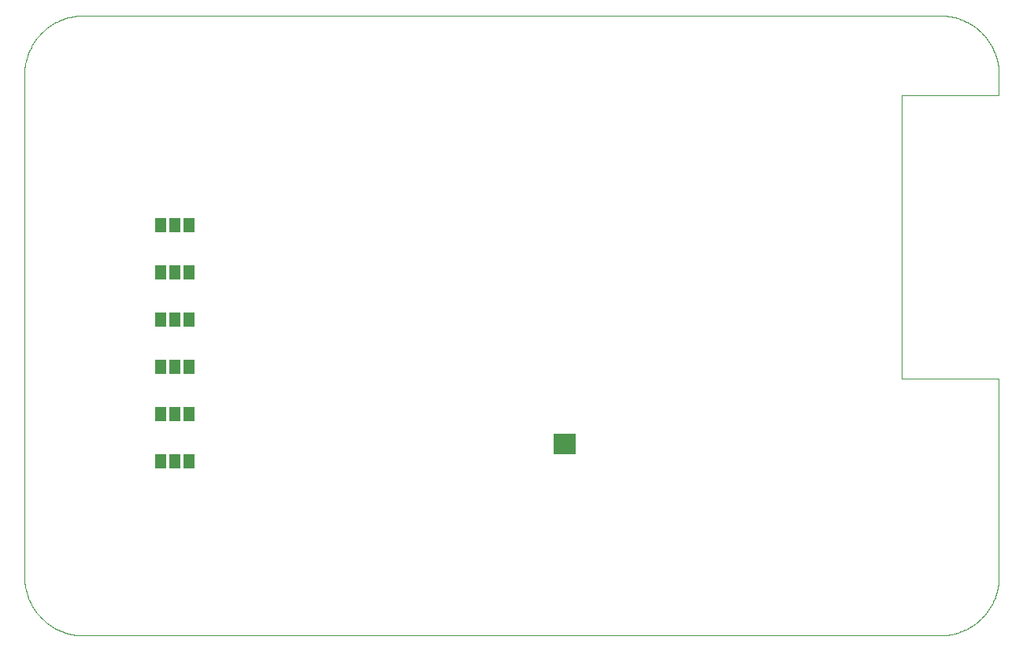
<source format=gbp>
G75*
%MOIN*%
%OFA0B0*%
%FSLAX25Y25*%
%IPPOS*%
%LPD*%
%AMOC8*
5,1,8,0,0,1.08239X$1,22.5*
%
%ADD10C,0.00000*%
%ADD11R,0.02500X0.05000*%
%ADD12R,0.09600X0.09000*%
%ADD13R,0.04600X0.06300*%
D10*
X0033850Y0008850D02*
X0396350Y0008850D01*
X0396954Y0008857D01*
X0397558Y0008879D01*
X0398161Y0008916D01*
X0398763Y0008967D01*
X0399363Y0009032D01*
X0399962Y0009112D01*
X0400559Y0009207D01*
X0401153Y0009316D01*
X0401745Y0009439D01*
X0402333Y0009576D01*
X0402918Y0009728D01*
X0403499Y0009894D01*
X0404075Y0010074D01*
X0404648Y0010267D01*
X0405215Y0010475D01*
X0405777Y0010696D01*
X0406334Y0010930D01*
X0406885Y0011178D01*
X0407430Y0011439D01*
X0407968Y0011714D01*
X0408500Y0012001D01*
X0409024Y0012301D01*
X0409541Y0012613D01*
X0410050Y0012938D01*
X0410552Y0013275D01*
X0411045Y0013625D01*
X0411529Y0013986D01*
X0412005Y0014358D01*
X0412471Y0014742D01*
X0412928Y0015137D01*
X0413375Y0015543D01*
X0413813Y0015960D01*
X0414240Y0016387D01*
X0414657Y0016825D01*
X0415063Y0017272D01*
X0415458Y0017729D01*
X0415842Y0018195D01*
X0416214Y0018671D01*
X0416575Y0019155D01*
X0416925Y0019648D01*
X0417262Y0020150D01*
X0417587Y0020659D01*
X0417899Y0021176D01*
X0418199Y0021700D01*
X0418486Y0022232D01*
X0418761Y0022770D01*
X0419022Y0023315D01*
X0419270Y0023866D01*
X0419504Y0024423D01*
X0419725Y0024985D01*
X0419933Y0025552D01*
X0420126Y0026125D01*
X0420306Y0026701D01*
X0420472Y0027282D01*
X0420624Y0027867D01*
X0420761Y0028455D01*
X0420884Y0029047D01*
X0420993Y0029641D01*
X0421088Y0030238D01*
X0421168Y0030837D01*
X0421233Y0031437D01*
X0421284Y0032039D01*
X0421321Y0032642D01*
X0421343Y0033246D01*
X0421350Y0033850D01*
X0421350Y0117600D01*
X0380100Y0117600D01*
X0380100Y0237600D01*
X0421350Y0237600D01*
X0421350Y0246350D01*
X0421343Y0246954D01*
X0421321Y0247558D01*
X0421284Y0248161D01*
X0421233Y0248763D01*
X0421168Y0249363D01*
X0421088Y0249962D01*
X0420993Y0250559D01*
X0420884Y0251153D01*
X0420761Y0251745D01*
X0420624Y0252333D01*
X0420472Y0252918D01*
X0420306Y0253499D01*
X0420126Y0254075D01*
X0419933Y0254648D01*
X0419725Y0255215D01*
X0419504Y0255777D01*
X0419270Y0256334D01*
X0419022Y0256885D01*
X0418761Y0257430D01*
X0418486Y0257968D01*
X0418199Y0258500D01*
X0417899Y0259024D01*
X0417587Y0259541D01*
X0417262Y0260050D01*
X0416925Y0260552D01*
X0416575Y0261045D01*
X0416214Y0261529D01*
X0415842Y0262005D01*
X0415458Y0262471D01*
X0415063Y0262928D01*
X0414657Y0263375D01*
X0414240Y0263813D01*
X0413813Y0264240D01*
X0413375Y0264657D01*
X0412928Y0265063D01*
X0412471Y0265458D01*
X0412005Y0265842D01*
X0411529Y0266214D01*
X0411045Y0266575D01*
X0410552Y0266925D01*
X0410050Y0267262D01*
X0409541Y0267587D01*
X0409024Y0267899D01*
X0408500Y0268199D01*
X0407968Y0268486D01*
X0407430Y0268761D01*
X0406885Y0269022D01*
X0406334Y0269270D01*
X0405777Y0269504D01*
X0405215Y0269725D01*
X0404648Y0269933D01*
X0404075Y0270126D01*
X0403499Y0270306D01*
X0402918Y0270472D01*
X0402333Y0270624D01*
X0401745Y0270761D01*
X0401153Y0270884D01*
X0400559Y0270993D01*
X0399962Y0271088D01*
X0399363Y0271168D01*
X0398763Y0271233D01*
X0398161Y0271284D01*
X0397558Y0271321D01*
X0396954Y0271343D01*
X0396350Y0271350D01*
X0033850Y0271350D01*
X0033246Y0271343D01*
X0032642Y0271321D01*
X0032039Y0271284D01*
X0031437Y0271233D01*
X0030837Y0271168D01*
X0030238Y0271088D01*
X0029641Y0270993D01*
X0029047Y0270884D01*
X0028455Y0270761D01*
X0027867Y0270624D01*
X0027282Y0270472D01*
X0026701Y0270306D01*
X0026125Y0270126D01*
X0025552Y0269933D01*
X0024985Y0269725D01*
X0024423Y0269504D01*
X0023866Y0269270D01*
X0023315Y0269022D01*
X0022770Y0268761D01*
X0022232Y0268486D01*
X0021700Y0268199D01*
X0021176Y0267899D01*
X0020659Y0267587D01*
X0020150Y0267262D01*
X0019648Y0266925D01*
X0019155Y0266575D01*
X0018671Y0266214D01*
X0018195Y0265842D01*
X0017729Y0265458D01*
X0017272Y0265063D01*
X0016825Y0264657D01*
X0016387Y0264240D01*
X0015960Y0263813D01*
X0015543Y0263375D01*
X0015137Y0262928D01*
X0014742Y0262471D01*
X0014358Y0262005D01*
X0013986Y0261529D01*
X0013625Y0261045D01*
X0013275Y0260552D01*
X0012938Y0260050D01*
X0012613Y0259541D01*
X0012301Y0259024D01*
X0012001Y0258500D01*
X0011714Y0257968D01*
X0011439Y0257430D01*
X0011178Y0256885D01*
X0010930Y0256334D01*
X0010696Y0255777D01*
X0010475Y0255215D01*
X0010267Y0254648D01*
X0010074Y0254075D01*
X0009894Y0253499D01*
X0009728Y0252918D01*
X0009576Y0252333D01*
X0009439Y0251745D01*
X0009316Y0251153D01*
X0009207Y0250559D01*
X0009112Y0249962D01*
X0009032Y0249363D01*
X0008967Y0248763D01*
X0008916Y0248161D01*
X0008879Y0247558D01*
X0008857Y0246954D01*
X0008850Y0246350D01*
X0008850Y0033850D01*
X0008857Y0033246D01*
X0008879Y0032642D01*
X0008916Y0032039D01*
X0008967Y0031437D01*
X0009032Y0030837D01*
X0009112Y0030238D01*
X0009207Y0029641D01*
X0009316Y0029047D01*
X0009439Y0028455D01*
X0009576Y0027867D01*
X0009728Y0027282D01*
X0009894Y0026701D01*
X0010074Y0026125D01*
X0010267Y0025552D01*
X0010475Y0024985D01*
X0010696Y0024423D01*
X0010930Y0023866D01*
X0011178Y0023315D01*
X0011439Y0022770D01*
X0011714Y0022232D01*
X0012001Y0021700D01*
X0012301Y0021176D01*
X0012613Y0020659D01*
X0012938Y0020150D01*
X0013275Y0019648D01*
X0013625Y0019155D01*
X0013986Y0018671D01*
X0014358Y0018195D01*
X0014742Y0017729D01*
X0015137Y0017272D01*
X0015543Y0016825D01*
X0015960Y0016387D01*
X0016387Y0015960D01*
X0016825Y0015543D01*
X0017272Y0015137D01*
X0017729Y0014742D01*
X0018195Y0014358D01*
X0018671Y0013986D01*
X0019155Y0013625D01*
X0019648Y0013275D01*
X0020150Y0012938D01*
X0020659Y0012613D01*
X0021176Y0012301D01*
X0021700Y0012001D01*
X0022232Y0011714D01*
X0022770Y0011439D01*
X0023315Y0011178D01*
X0023866Y0010930D01*
X0024423Y0010696D01*
X0024985Y0010475D01*
X0025552Y0010267D01*
X0026125Y0010074D01*
X0026701Y0009894D01*
X0027282Y0009728D01*
X0027867Y0009576D01*
X0028455Y0009439D01*
X0029047Y0009316D01*
X0029641Y0009207D01*
X0030238Y0009112D01*
X0030837Y0009032D01*
X0031437Y0008967D01*
X0032039Y0008916D01*
X0032642Y0008879D01*
X0033246Y0008857D01*
X0033850Y0008850D01*
D11*
X0235978Y0090100D03*
X0239222Y0090100D03*
D12*
X0237600Y0090100D03*
D13*
X0078600Y0082600D03*
X0072600Y0082600D03*
X0066600Y0082600D03*
X0066600Y0102600D03*
X0072600Y0102600D03*
X0078600Y0102600D03*
X0078600Y0122600D03*
X0072600Y0122600D03*
X0066600Y0122600D03*
X0066600Y0142600D03*
X0072600Y0142600D03*
X0078600Y0142600D03*
X0078600Y0162600D03*
X0072600Y0162600D03*
X0066600Y0162600D03*
X0066600Y0182600D03*
X0072600Y0182600D03*
X0078600Y0182600D03*
M02*

</source>
